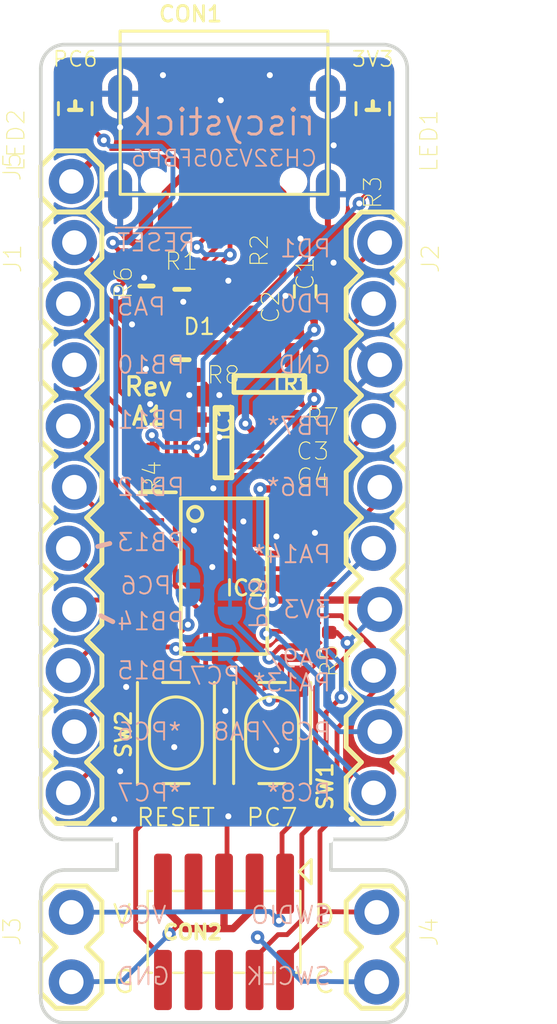
<source format=kicad_pcb>
(kicad_pcb (version 20211014) (generator pcbnew)
  (layers (0 "F.Cu" signal) (31 "B.Cu" signal) (34 "B.Paste" user) (35 "F.Paste" user) (36 "B.SilkS" user "B.Silkscreen") (37 "F.SilkS" user "F.Silkscreen") (38 "B.Mask" user) (39 "F.Mask" user) (44 "Edge.Cuts" user))
  (net 0 "")
  (net 1 "GND")
  (net 2 "USB2D_P")
  (net 3 "USB2D_N")
  (net 4 "N$9")
  (net 5 "N$10")
  (net 6 "VIN")
  (net 7 "VCC")
  (net 8 "PA5")
  (net 9 "PB10")
  (net 10 "PB11")
  (net 11 "PB12")
  (net 12 "PB13")
  (net 13 "PB14")
  (net 14 "PB15")
  (net 15 "PD0")
  (net 16 "PD1")
  (net 17 "PC9/PA8")
  (net 18 "USBDISC-PC8")
  (net 19 "N$13")
  (net 20 "N$14")
  (net 21 "RESET")
  (net 22 "SWCLK")
  (net 23 "SWDIO")
  (net 24 "N$21")
  (net 25 "BUTTON-PC7")
  (net 26 "LED-PC6")
  (net 27 "N$1")
  (net 28 "N$11")
  (net 29 "N$99")
  (footprint "" (layer "F.Cu") (at 152.1233 117.7036)
    (fp_text reference "@HOLE15" hide)
    (fp_text value "")
  )
  (footprint "eagleBoard:_PKG_R_0402" (layer "F.Cu") (at 146.0011 93.6886)
    (fp_text reference "R1")
    (fp_text value "5k1")
  )
  (footprint "" (layer "F.Cu") (at 145.2011 117.7036)
    (fp_text reference "@HOLE0" hide)
    (fp_text value "")
  )
  (footprint "eagleBoard:USBC_C-31-M-12" (layer "F.Cu") (at 148.5011 88.8136 180)
    (fp_text reference "CON1")
    (fp_text value "TYPE-C-31-M-12" hide)
  )
  (footprint "eagleBoard:_PKG_C_0402" (layer "F.Cu") (at 150.4386 96.3136 90)
    (fp_text reference "C2")
    (fp_text value "100n")
  )
  (footprint "eagleBoard:SOT96P237X111-3N" (layer "F.Cu") (at 148.4781 101.2196)
    (fp_text reference "IC1")
    (fp_text value "XC6206P332MR")
  )
  (footprint "eagleBoard:_PKG_R_0402" (layer "F.Cu") (at 152.8761 109.5336 -90)
    (fp_text reference "R5")
    (fp_text value "100k")
  )
  (footprint "eagleBoard:PUSHBUTTON-4.2X3.2MM" (layer "F.Cu") (at 150.5011 113.2836 -90)
    (fp_text reference "SW1")
    (fp_text value "SKRPACE010" hide)
  )
  (footprint "eagleBoard:_PKG_LED_0805" (layer "F.Cu") (at 154.6886 87.3461 -90)
    (fp_text reference "LED1")
    (fp_text value "Yellow")
  )
  (footprint "eagleBoard:1X01" (layer "F.Cu") (at 142.1511 90.3686)
    (fp_text reference "J5")
    (fp_text value "")
  )
  (footprint "" (layer "F.Cu") (at 149.0345 117.7036)
    (fp_text reference "@HOLE5" hide)
    (fp_text value "")
  )
  (footprint "eagleBoard:PZ127VS-12-10-H10-A38" (layer "F.Cu") (at 148.5011 121.5436)
    (fp_text reference "CON2")
    (fp_text value "2x5 1.27mm Header")
  )
  (footprint "eagleBoard:SOT95P280X145-6N" (layer "F.Cu") (at 146.7511 96.3136)
    (fp_text reference "D1")
    (fp_text value "SRV05-4")
  )
  (footprint "eagleBoard:1X10_LOCK" (layer "F.Cu") (at 142.1511 92.9086 -90)
    (fp_text reference "J1")
    (fp_text value "")
  )
  (footprint "" (layer "F.Cu") (at 147.7411 117.7036)
    (fp_text reference "@HOLE12" hide)
    (fp_text value "")
  )
  (footprint "" (layer "F.Cu") (at 145.7111 117.7036)
    (fp_text reference "@HOLE1" hide)
    (fp_text value "")
  )
  (footprint "eagleBoard:_PKG_R_0402" (layer "F.Cu") (at 147.7511 98.4086)
    (fp_text reference "R8")
    (fp_text value "1k")
  )
  (footprint "eagleBoard:_PKG_R_0402" (layer "F.Cu") (at 144.3136 93.8461 -90)
    (fp_text reference "R6")
    (fp_text value "1k")
  )
  (footprint "eagleBoard:_PKG_C_0603" (layer "F.Cu") (at 151.8761 94.9386 90)
    (fp_text reference "C1")
    (fp_text value "10u")
  )
  (footprint "eagleBoard:_PKG_C_0402" (layer "F.Cu") (at 151.4611 101.5746)
    (fp_text reference "C3")
    (fp_text value "4u7")
  )
  (footprint "eagleBoard:_PKG_C_0402" (layer "F.Cu") (at 151.4611 102.6546)
    (fp_text reference "C4")
    (fp_text value "100n")
  )
  (footprint "eagleBoard:PUSHBUTTON-4.2X3.2MM" (layer "F.Cu") (at 146.5011 113.2836 90)
    (fp_text reference "SW2")
    (fp_text value "SKRPACE010" hide)
  )
  (footprint "" (layer "F.Cu") (at 144.0307 117.7036)
    (fp_text reference "@HOLE9" hide)
    (fp_text value "")
  )
  (footprint "" (layer "F.Cu") (at 151.3245 117.7036)
    (fp_text reference "@HOLE8" hide)
    (fp_text value "")
  )
  (footprint "eagleBoard:_PKG_R_0402" (layer "F.Cu") (at 149.9686 93.9711 90)
    (fp_text reference "R2")
    (fp_text value "5k1")
  )
  (footprint "" (layer "F.Cu") (at 147.2411 117.7036)
    (fp_text reference "@HOLE4" hide)
    (fp_text value "")
  )
  (footprint "eagleBoard:TSSOP20-WCH" (layer "F.Cu") (at 148.5011 106.7836 -90)
    (fp_text reference "IC2")
    (fp_text value "CH32V305FBP6")
  )
  (footprint "eagleBoard:1X02_LOCK" (layer "F.Cu") (at 142.1511 120.9086 -90)
    (fp_text reference "J3")
    (fp_text value "")
  )
  (footprint "" (layer "F.Cu") (at 146.2211 117.7036)
    (fp_text reference "@HOLE2" hide)
    (fp_text value "")
  )
  (footprint "" (layer "F.Cu") (at 149.5211 117.7036)
    (fp_text reference "@HOLE6" hide)
    (fp_text value "")
  )
  (footprint "eagleBoard:1X02_LOCK" (layer "F.Cu") (at 154.8511 120.9086 -90)
    (fp_text reference "J4")
    (fp_text value "")
  )
  (footprint "eagleBoard:SOT96P237X111-3N" (layer "F.Cu") (at 150.3761 98.7836 -90)
    (fp_text reference "TR1")
    (fp_text value "SI2301CDS")
  )
  (footprint "" (layer "F.Cu") (at 152.8973 117.7036)
    (fp_text reference "@HOLE10" hide)
    (fp_text value "")
  )
  (footprint "eagleBoard:1X10_LOCK" (layer "F.Cu") (at 154.8511 92.9086 -90)
    (fp_text reference "J2")
    (fp_text value "")
  )
  (footprint "eagleBoard:_PKG_R_0402" (layer "F.Cu") (at 154.6886 90.0961 -90)
    (fp_text reference "R3")
    (fp_text value "1k")
  )
  (footprint "" (layer "F.Cu") (at 144.4565 117.7036)
    (fp_text reference "@HOLE11" hide)
    (fp_text value "")
  )
  (footprint "eagleBoard:_PKG_LED_0805" (layer "F.Cu") (at 142.3136 87.3461 -90)
    (fp_text reference "LED2")
    (fp_text value "Red")
  )
  (footprint "eagleBoard:_PKG_R_0402" (layer "F.Cu") (at 151.8761 100.1586)
    (fp_text reference "R7")
    (fp_text value "100k")
  )
  (footprint "" (layer "F.Cu") (at 150.0211 117.7036)
    (fp_text reference "@HOLE14" hide)
    (fp_text value "")
  )
  (footprint "eagleBoard:_PKG_R_0402" (layer "F.Cu") (at 145.5166 101.9215 -90)
    (fp_text reference "R4")
    (fp_text value "100k")
  )
  (footprint "" (layer "F.Cu") (at 146.7311 117.7036)
    (fp_text reference "@HOLE3" hide)
    (fp_text value "")
  )
  (footprint "" (layer "F.Cu") (at 150.5097 117.7036)
    (fp_text reference "@HOLE7" hide)
    (fp_text value "")
  )
  (footprint "" (layer "F.Cu") (at 148.2411 117.7036)
    (fp_text reference "@HOLE13" hide)
    (fp_text value "")
  )
  (footprint "eagleBoard:SJ-SHORT" (layer "B.Cu") (at 148.1261 109.7836 180)
    (fp_text reference "SJ2" hide)
    (fp_text value "" hide)
  )
  (footprint "eagleBoard:SJ-SHORT" (layer "B.Cu") (at 147.0011 107.1586 90)
    (fp_text reference "SJ1" hide)
    (fp_text value "" hide)
  )
  (footprint "eagleBoard:SJ-SHORT" (layer "B.Cu") (at 148.7511 107.9086 -90)
    (fp_text reference "SJ3" hide)
    (fp_text value "" hide)
  )
  (gr_line (start 143.7511 105.4086) (end 143.2511 105.5336) (layer "B.SilkS") (width 0.2))
  (gr_line (start 143.8761 108.6586) (end 143.3761 108.4086) (layer "B.SilkS") (width 0.2))
  (gr_line (start 147.1261 92.2836) (end 144.0011 92.2836) (layer "B.SilkS") (width 0.0762))
  (gr_line (start 141.8811 117.7036) (end 144.0561 117.7036) (layer "Edge.Cuts") (width 0.1524))
  (gr_arc (start 141.8811 125.3236) (mid 141.173993 125.030707) (end 140.8811 124.3236) (layer "Edge.Cuts") (width 0.1524))
  (gr_arc (start 155.1211 84.6836) (mid 155.828207 84.976493) (end 156.1211 85.6836) (layer "Edge.Cuts") (width 0.1524))
  (gr_line (start 156.1211 124.3236) (end 156.1211 119.9736) (layer "Edge.Cuts") (width 0.1524))
  (gr_line (start 156.1211 116.7036) (end 156.1211 85.6836) (layer "Edge.Cuts") (width 0.1524))
  (gr_line (start 144.0561 118.9736) (end 141.8811 118.9736) (layer "Edge.Cuts") (width 0.1524))
  (gr_line (start 140.8811 119.9736) (end 140.8811 124.3236) (layer "Edge.Cuts") (width 0.1524))
  (gr_line (start 152.9461 118.9736) (end 152.9461 117.7036) (layer "Edge.Cuts") (width 0.1524))
  (gr_arc (start 156.1211 124.3236) (mid 155.828207 125.030707) (end 155.1211 125.3236) (layer "Edge.Cuts") (width 0.1524))
  (gr_arc (start 141.8811 117.7036) (mid 141.173993 117.410707) (end 140.8811 116.7036) (layer "Edge.Cuts") (width 0.1524))
  (gr_arc (start 155.1211 118.9736) (mid 155.828207 119.266493) (end 156.1211 119.9736) (layer "Edge.Cuts") (width 0.1524))
  (gr_line (start 144.0561 117.7036) (end 144.0561 118.9736) (layer "Edge.Cuts") (width 0.1524))
  (gr_arc (start 140.8811 85.6836) (mid 141.173993 84.976493) (end 141.8811 84.6836) (layer "Edge.Cuts") (width 0.1524))
  (gr_line (start 141.8811 125.3236) (end 155.1211 125.3236) (layer "Edge.Cuts") (width 0.1524))
  (gr_line (start 140.8811 85.6836) (end 140.8811 116.7036) (layer "Edge.Cuts") (width 0.1524))
  (gr_arc (start 156.1211 116.7036) (mid 155.828207 117.410707) (end 155.1211 117.7036) (layer "Edge.Cuts") (width 0.1524))
  (gr_line (start 155.1211 84.6836) (end 141.8811 84.6836) (layer "Edge.Cuts") (width 0.1524))
  (gr_line (start 152.9461 117.7036) (end 155.1211 117.7036) (layer "Edge.Cuts") (width 0.1524))
  (gr_arc (start 140.8811 119.9736) (mid 141.173993 119.266493) (end 141.8811 118.9736) (layer "Edge.Cuts") (width 0.1524))
  (gr_line (start 155.1211 118.9736) (end 152.9461 118.9736) (layer "Edge.Cuts") (width 0.1524))
  (gr_text "SWCLK" (at 153.0011 123.3886) (layer "B.SilkS") (effects (font (size 0.72 0.72) (thickness 0.08)) (justify left mirror)))
  (gr_text "PB10" (at 144.0011 97.9886) (layer "B.SilkS") (effects (font (size 0.72 0.72) (thickness 0.08)) (justify right mirror)))
  (gr_text "riscystick" (at 148.5011 87.9086) (layer "B.SilkS") (effects (font (size 1.08 1.08) (thickness 0.12)) (justify mirror)))
  (gr_text "PA9/" (at 153.0011 110.1886) (layer "B.SilkS") (effects (font (size 0.72 0.72) (thickness 0.08)) (justify left mirror)))
  (gr_text "PC9/PA8" (at 153.0011 113.2286) (layer "B.SilkS") (effects (font (size 0.72 0.72) (thickness 0.08)) (justify left mirror)))
  (gr_text "PC6" (at 145.2511 107.1606) (layer "B.SilkS") (effects (font (size 0.72 0.72) (thickness 0.08)) (justify mirror)))
  (gr_text "PB6*" (at 153.0011 103.0686) (layer "B.SilkS") (effects (font (size 0.72 0.72) (thickness 0.08)) (justify left mirror)))
  (gr_text "GND" (at 153.0011 97.9886) (layer "B.SilkS") (effects (font (size 0.72 0.72) (thickness 0.08)) (justify left mirror)))
  (gr_text "PB13" (at 144.0011 105.3586) (layer "B.SilkS") (effects (font (size 0.72 0.72) (thickness 0.08)) (justify right mirror)))
  (gr_text "GND" (at 144.0011 123.3886) (layer "B.SilkS") (effects (font (size 0.72 0.72) (thickness 0.08)) (justify right mirror)))
  (gr_text "*PC7" (at 144.0011 115.7686) (layer "B.SilkS") (effects (font (size 0.72 0.72) (thickness 0.08)) (justify right mirror)))
  (gr_text "PB11" (at 144.0011 100.2786) (layer "B.SilkS") (effects (font (size 0.72 0.72) (thickness 0.08)) (justify right mirror)))
  (gr_text "CH32V305FBP6" (at 148.5011 89.4086) (layer "B.SilkS") (effects (font (size 0.675 0.675) (thickness 0.075)) (justify mirror)))
  (gr_text "VCC" (at 144.0011 120.8486) (layer "B.SilkS") (effects (font (size 0.72 0.72) (thickness 0.08)) (justify right mirror)))
  (gr_text "PC8*" (at 153.0011 115.7686) (layer "B.SilkS") (effects (font (size 0.72 0.72) (thickness 0.08)) (justify left mirror)))
  (gr_text "PD1" (at 153.0011 93.1586) (layer "B.SilkS") (effects (font (size 0.72 0.72) (thickness 0.08)) (justify left mirror)))
  (gr_text "3V3" (at 153.0011 108.1486) (layer "B.SilkS") (effects (font (size 0.72 0.72) (thickness 0.08)) (justify left mirror)))
  (gr_text "PC7" (at 148.1261 110.9106) (layer "B.SilkS") (effects (font (size 0.72 0.72) (thickness 0.08)) (justify mirror)))
  (gr_text "SWDIO" (at 153.0011 120.8486) (layer "B.SilkS") (effects (font (size 0.72 0.72) (thickness 0.08)) (justify left mirror)))
  (gr_text "PA14*" (at 153.0011 105.8586) (layer "B.SilkS") (effects (font (size 0.72 0.72) (thickness 0.08)) (justify left mirror)))
  (gr_text "PC8" (at 149.8781 107.9086 -90) (layer "B.SilkS") (effects (font (size 0.72 0.72) (thickness 0.08)) (justify mirror)))
  (gr_text "PD0" (at 153.0011 95.4486) (layer "B.SilkS") (effects (font (size 0.72 0.72) (thickness 0.08)) (justify left mirror)))
  (gr_text "PB15" (at 144.0011 110.6886) (layer "B.SilkS") (effects (font (size 0.72 0.72) (thickness 0.08)) (justify right mirror)))
  (gr_text "PA13*" (at 153.0011 111.1886) (layer "B.SilkS") (effects (font (size 0.72 0.72) (thickness 0.08)) (justify left mirror)))
  (gr_text "*PC6" (at 144.0011 113.2286) (layer "B.SilkS") (effects (font (size 0.72 0.72) (thickness 0.08)) (justify right mirror)))
  (gr_text "RESET" (at 144.0011 92.9086) (layer "B.SilkS") (effects (font (size 0.72 0.72) (thickness 0.08)) (justify right mirror)))
  (gr_text "PB12" (at 144.0011 103.0686) (layer "B.SilkS") (effects (font (size 0.72 0.72) (thickness 0.08)) (justify right mirror)))
  (gr_text "PB7*" (at 153.0011 100.5286) (layer "B.SilkS") (effects (font (size 0.72 0.72) (thickness 0.08)) (justify left mirror)))
  (gr_text "PA5" (at 144.0011 95.5736) (layer "B.SilkS") (effects (font (size 0.72 0.72) (thickness 0.08)) (justify right mirror)))
  (gr_text "PB14" (at 144.0011 108.6486) (layer "B.SilkS") (effects (font (size 0.72 0.72) (thickness 0.08)) (justify right mirror)))
  (gr_text "V" (at 143.8011 120.8936) (layer "F.SilkS") (effects (font (size 0.9144 0.9144) (thickness 0.1016)) (justify left)))
  (gr_text "G" (at 143.8011 123.6241) (layer "F.SilkS") (effects (font (size 0.9144 0.9144) (thickness 0.1016)) (justify left)))
  (gr_text "D" (at 153.1991 120.8936) (layer "F.SilkS") (effects (font (size 0.9144 0.9144) (thickness 0.1016)) (justify right)))
  (gr_text "PC6" (at 142.3136 85.2836) (layer "F.SilkS") (effects (font (size 0.63 0.63) (thickness 0.07))))
  (gr_text "RESET" (at 146.5011 116.7836) (layer "F.SilkS") (effects (font (size 0.72 0.72) (thickness 0.08))))
  (gr_text "3V3" (at 154.6886 85.2836) (layer "F.SilkS") (effects (font (size 0.63 0.63) (thickness 0.07))))
  (gr_text "Rev\nA1" (at 145.3616 99.5036) (layer "F.SilkS") (effects (font (size 0.75565 0.75565) (thickness 0.13335))))
  (gr_text "PC7" (at 150.5011 116.7836) (layer "F.SilkS") (effects (font (size 0.72 0.72) (thickness 0.08))))
  (gr_text "C" (at 153.1991 123.6241) (layer "F.SilkS") (effects (font (size 0.9144 0.9144) (thickness 0.1016)) (justify right)))
  (segment (start 148.8761 121.4086) (end 149.7711 120.5136) (width 0.3048) (layer "F.Cu") (net 1))
  (segment (start 148.5011 119.5436) (end 148.5011 121.4086) (width 0.3048) (layer "F.Cu") (net 1))
  (segment (start 146.2151 121.6406) (end 146.5981 121.2576) (width 0.2) (layer "F.Cu") (net 1))
  (segment (start 146.5981 121.2576) (end 146.5981 121.1306) (width 0.2) (layer "F.Cu") (net 1))
  (segment (start 146.8761 121.4086) (end 148.5011 121.4086) (width 0.3048) (layer "F.Cu") (net 1))
  (segment (start 148.5011 119.5436) (end 148.6261 119.4186) (width 0.3048) (layer "F.Cu") (net 1))
  (segment (start 145.5011 96.3136) (end 144.6815 96.3136) (width 0.2) (layer "F.Cu") (net 1))
  (segment (start 145.9611 119.5436) (end 145.9611 120.4936) (width 0.3048) (layer "F.Cu") (net 1))
  (segment (start 146.5981 121.1306) (end 146.8761 121.4086) (width 0.3048) (layer "F.Cu") (net 1))
  (segment (start 144.6815 96.3136) (end 144.6749 96.307) (width 0.2) (layer "F.Cu") (net 1))
  (segment (start 149.7711 120.5136) (end 149.7711 119.5436) (width 0.3048) (layer "F.Cu") (net 1))
  (segment (start 148.5011 121.4086) (end 148.8761 121.4086) (width 0.3048) (layer "F.Cu") (net 1))
  (segment (start 145.9611 120.4936) (end 146.5981 121.1306) (width 0.3048) (layer "F.Cu") (net 1))
  (segment (start 148.6261 116.7836) (end 148.6261 119.4186) (width 0.2) (layer "F.Cu") (net 1))
  (via (at 149.3061 104.4936) (size 0.5548) (drill 0.25) (layers "F.Cu" "B.Cu") (net 1))
  (via (at 143.9311 116.8666) (size 0.5548) (drill 0.25) (layers "F.Cu" "B.Cu") (net 1))
  (via (at 148.3061 100.9936) (size 0.5548) (drill 0.25) (layers "F.Cu" "B.Cu") (net 1))
  (via (at 148.6811 116.7436) (size 0.5548) (drill 0.25) (layers "F.Cu" "B.Cu") (net 1))
  (via (at 147.2521 104.8646) (size 0.5548) (drill 0.25) (layers "F.Cu" "B.Cu") (net 1))
  (via (at 151.6811 92.7436) (size 0.5548) (drill 0.25) (layers "F.Cu" "B.Cu") (net 1))
  (via (at 150.6811 113.9936) (size 0.5548) (drill 0.25) (layers "F.Cu" "B.Cu") (net 1))
  (via (at 148.3061 99.2436) (size 0.5548) (drill 0.25) (layers "F.Cu" "B.Cu") (net 1))
  (via (at 146.2151 121.6406) (size 0.5548) (drill 0.25) (layers "F.Cu" "B.Cu") (net 1))
  (via (at 144.1811 114.8686) (size 0.5548) (drill 0.25) (layers "F.Cu" "B.Cu") (net 1))
  (via (at 147.0561 99.2436) (size 0.5548) (drill 0.25) (layers "F.Cu" "B.Cu") (net 1))
  (via (at 148.6811 94.4936) (size 0.5548) (drill 0.25) (layers "F.Cu" "B.Cu") (net 1))
  (via (at 152.2827 104.9662) (size 0.5548) (drill 0.25) (layers "F.Cu" "B.Cu") (net 1))
  (via (at 153.0611 88.8686) (size 0.5548) (drill 0.25) (layers "F.Cu" "B.Cu") (net 1))
  (via (at 145.9611 85.9536) (size 0.5548) (drill 0.25) (layers "F.Cu" "B.Cu") (net 1))
  (via (at 153.8061 116.8646) (size 0.5548) (drill 0.25) (layers "F.Cu" "B.Cu") (net 1))
  (via (at 148.5561 112.3686) (size 0.5548) (drill 0.25) (layers "F.Cu" "B.Cu") (net 1))
  (via (at 150.6811 105.1186) (size 0.5548) (drill 0.25) (layers "F.Cu" "B.Cu") (net 1))
  (via (at 146.4311 113.8686) (size 0.5548) (drill 0.25) (layers "F.Cu" "B.Cu") (net 1))
  (via (at 148.0141 106.3886) (size 0.5548) (drill 0.25) (layers "F.Cu" "B.Cu") (net 1))
  (via (at 144.6749 96.307) (size 0.5548) (drill 0.25) (layers "F.Cu" "B.Cu") (net 1))
  (via (at 148.0561 103.1186) (size 0.5548) (drill 0.25) (layers "F.Cu" "B.Cu") (net 1))
  (via (at 144.4311 111.3686) (size 0.5548) (drill 0.25) (layers "F.Cu" "B.Cu") (net 1))
  (via (at 151.0561 95.1186) (size 0.5548) (drill 0.25) (layers "F.Cu" "B.Cu") (net 1))
  (via (at 153.0561 93.7436) (size 0.5548) (drill 0.25) (layers "F.Cu" "B.Cu") (net 1))
  (via (at 144.1811 88.1186) (size 0.5548) (drill 0.25) (layers "F.Cu" "B.Cu") (net 1))
  (via (at 150.4061 85.9536) (size 0.5548) (drill 0.25) (layers "F.Cu" "B.Cu") (net 1))
  (via (at 152.3061 97.3686) (size 0.5548) (drill 0.25) (layers "F.Cu" "B.Cu") (net 1))
  (via (at 146.8061 95.3686) (size 0.5548) (drill 0.25) (layers "F.Cu" "B.Cu") (net 1))
  (via (at 145.1811 94.3686) (size 0.5548) (drill 0.25) (layers "F.Cu" "B.Cu") (net 1))
  (via (at 148.3661 86.9936) (size 0.5548) (drill 0.25) (layers "F.Cu" "B.Cu") (net 1))
  (via (at 145.2511 98.1586) (size 0.5548) (drill 0.25) (layers "F.Cu" "B.Cu") (net 1))
  (via (at 145.4311 99.6186) (size 0.5548) (drill 0.25) (layers "F.Cu" "B.Cu") (net 1))
  (segment (start 142.1511 123.6264) (end 144.2593 123.5964) (width 0.2) (layer "B.Cu") (net 1))
  (segment (start 144.2593 123.5964) (end 146.2151 121.6406) (width 0.2) (layer "B.Cu") (net 1))
  (segment (start 146.4951 98.438) (end 146.9562 97.9769) (width 0.2) (layer "F.Cu") (net 2))
  (segment (start 146.9562 96.1293) (end 147.7219 95.3636) (width 0.2) (layer "F.Cu") (net 2))
  (segment (start 147.3211 98.4086) (end 146.9562 98.0437) (width 0.2) (layer "F.Cu") (net 2))
  (segment (start 146.9562 97.9769) (end 146.9562 98.0437) (width 0.2) (layer "F.Cu") (net 2))
  (segment (start 149.5261 105.8086) (end 146.4951 102.7776) (width 0.2) (layer "F.Cu") (net 2))
  (segment (start 147.7219 95.3636) (end 147.6711 95.3636) (width 0.2) (layer "F.Cu") (net 2))
  (segment (start 151.4983 105.8086) (end 151.5233 105.7836) (width 0.2) (layer "F.Cu") (net 2))
  (segment (start 147.3761 93.0336) (end 147.3761 93.0961) (width 0.2) (layer "F.Cu") (net 2))
  (segment (start 146.4951 102.7776) (end 146.4951 98.438) (width 0.2) (layer "F.Cu") (net 2))
  (segment (start 151.4983 105.8086) (end 149.5261 105.8086) (width 0.2) (layer "F.Cu") (net 2))
  (segment (start 152.191156 105.7836) (end 153.6261 104.348657) (width 0.2) (layer "F.Cu") (net 2))
  (segment (start 148.7511 91.8186) (end 148.7511 93.4086) (width 0.2) (layer "F.Cu") (net 2))
  (segment (start 147.7219 95.3636) (end 148.0011 95.3636) (width 0.2) (layer "F.Cu") (net 2))
  (segment (start 151.5233 105.7836) (end 152.191156 105.7836) (width 0.2) (layer "F.Cu") (net 2))
  (segment (start 147.5636 95.2561) (end 147.6711 95.3636) (width 0.2) (layer "F.Cu") (net 2))
  (segment (start 147.5636 94.5961) (end 147.5636 95.2561) (width 0.2) (layer "F.Cu") (net 2))
  (segment (start 146.9562 97.9769) (end 146.9562 96.1293) (width 0.2) (layer "F.Cu") (net 2))
  (segment (start 153.6261 104.348657) (end 153.6261 101.6266) (width 0.2) (layer "F.Cu") (net 2))
  (segment (start 147.7511 91.8186) (end 147.7511 92.6586) (width 0.2) (layer "F.Cu") (net 2))
  (segment (start 153.6261 101.6266) (end 154.7241 100.5286) (width 0.2) (layer "F.Cu") (net 2))
  (segment (start 147.7511 92.6586) (end 147.3761 93.0336) (width 0.2) (layer "F.Cu") (net 2))
  (segment (start 148.7511 93.4086) (end 147.5636 94.5961) (width 0.2) (layer "F.Cu") (net 2))
  (via (at 147.3761 93.0961) (size 0.5548) (drill 0.25) (layers "F.Cu" "B.Cu") (net 2))
  (via (at 148.7511 93.4086) (size 0.5548) (drill 0.25) (layers "F.Cu" "B.Cu") (net 2))
  (segment (start 147.3761 93.0961) (end 147.4186 93.0961) (width 0.2) (layer "B.Cu") (net 2))
  (segment (start 147.7311 93.4086) (end 148.7511 93.4086) (width 0.2) (layer "B.Cu") (net 2))
  (segment (start 147.7311 93.4086) (end 147.4186 93.0961) (width 0.2) (layer "B.Cu") (net 2))
  (segment (start 148.4386 90.4711) (end 148.2511 90.6586) (width 0.2) (layer "F.Cu") (net 3))
  (segment (start 149.0636 90.4711) (end 148.4386 90.4711) (width 0.2) (layer "F.Cu") (net 3))
  (segment (start 152.1269 106.4586) (end 151.4983 106.4586) (width 0.2) (layer "F.Cu") (net 3))
  (segment (start 145.7912 95.3636) (end 145.5011 95.3636) (width 0.2) (layer "F.Cu") (net 3))
  (segment (start 149.2511 91.8186) (end 149.2511 90.6586) (width 0.2) (layer "F.Cu") (net 3))
  (segment (start 146.5862 96.1586) (end 145.7912 95.3636) (width 0.2) (layer "F.Cu") (net 3))
  (segment (start 148.2511 93.0336) (end 145.9211 95.3636) (width 0.2) (layer "F.Cu") (net 3))
  (segment (start 154.9781 103.0686) (end 154.9781 103.6074) (width 0.2) (layer "F.Cu") (net 3))
  (segment (start 154.9781 103.6074) (end 152.1269 106.4586) (width 0.2) (layer "F.Cu") (net 3))
  (segment (start 146.1427 98.268625) (end 146.5862 97.825125) (width 0.2) (layer "F.Cu") (net 3))
  (segment (start 151.4983 106.4586) (end 149.677725 106.4586) (width 0.2) (layer "F.Cu") (net 3))
  (segment (start 148.2511 90.6586) (end 148.2511 91.8186) (width 0.2) (layer "F.Cu") (net 3))
  (segment (start 148.2511 91.8186) (end 148.2511 93.0336) (width 0.2) (layer "F.Cu") (net 3))
  (segment (start 146.5862 97.825125) (end 146.5862 96.1586) (width 0.2) (layer "F.Cu") (net 3))
  (segment (start 145.9211 95.3636) (end 145.5011 95.3636) (width 0.2) (layer "F.Cu") (net 3))
  (segment (start 149.677725 106.4586) (end 146.1427 102.923575) (width 0.2) (layer "F.Cu") (net 3))
  (segment (start 149.2511 90.6586) (end 149.0636 90.4711) (width 0.2) (layer "F.Cu") (net 3))
  (segment (start 146.1427 102.923575) (end 146.1427 98.268625) (width 0.2) (layer "F.Cu") (net 3))
  (segment (start 149.7511 93.3236) (end 149.9686 93.5411) (width 0.2) (layer "F.Cu") (net 4))
  (segment (start 149.7511 91.8186) (end 149.7511 93.3236) (width 0.2) (layer "F.Cu") (net 4))
  (segment (start 146.4311 92.8536) (end 146.4311 93.6886) (width 0.2) (layer "F.Cu") (net 5))
  (segment (start 146.7511 91.8186) (end 146.7511 92.5336) (width 0.2) (layer "F.Cu") (net 5))
  (segment (start 146.7511 92.5336) (end 146.4311 92.8536) (width 0.2) (layer "F.Cu") (net 5))
  (segment (start 149.3901 100.4316) (end 149.3961 100.4316) (width 0.3048) (layer "F.Cu") (net 6))
  (segment (start 146.0511 90.8586) (end 146.9386 89.9711) (width 0.3048) (layer "F.Cu") (net 6))
  (segment (start 149.6781 101.2196) (end 149.6781 100.7136) (width 0.3048) (layer "F.Cu") (net 6))
  (segment (start 152.2511 96.1336) (end 151.8761 95.7586) (width 0.3048) (layer "F.Cu") (net 6))
  (segment (start 150.1261 95.2211) (end 150.9511 94.3961) (width 0.3048) (layer "F.Cu") (net 6))
  (segment (start 152.2511 96.5336) (end 152.2511 96.1336) (width 0.3048) (layer "F.Cu") (net 6))
  (segment (start 149.4386 95.2211) (end 150.1261 95.2211) (width 0.3048) (layer "F.Cu") (net 6))
  (segment (start 143.1111 89.4086) (end 146.3761 89.4086) (width 0.3048) (layer "F.Cu") (net 6))
  (segment (start 150.8911 96.7436) (end 151.8761 95.7586) (width 0.3048) (layer "F.Cu") (net 6))
  (segment (start 149.6781 100.7136) (end 149.3961 100.4316) (width 0.3048) (layer "F.Cu") (net 6))
  (segment (start 146.9386 89.9711) (end 150.0636 89.9711) (width 0.3048) (layer "F.Cu") (net 6))
  (segment (start 146.0511 91.8186) (end 146.0511 90.8586) (width 0.3048) (layer "F.Cu") (net 6))
  (segment (start 150.9511 94.3961) (end 150.9511 91.8186) (width 0.3048) (layer "F.Cu") (net 6))
  (segment (start 150.4386 96.7436) (end 150.8911 96.7436) (width 0.3048) (layer "F.Cu") (net 6))
  (segment (start 148.0011 96.3136) (end 148.04735 96.26735) (width 0.3048) (layer "F.Cu") (net 6))
  (segment (start 148.35985 96.26735) (end 148.39235 96.26735) (width 0.3048) (layer "F.Cu") (net 6))
  (segment (start 150.4386 96.7436) (end 148.8361 96.7436) (width 0.3048) (layer "F.Cu") (net 6))
  (segment (start 150.0636 89.9711) (end 150.9511 90.8586) (width 0.3048) (layer "F.Cu") (net 6))
  (segment (start 148.8361 96.7436) (end 148.35985 96.26735) (width 0.3048) (layer "F.Cu") (net 6))
  (segment (start 148.39235 96.26735) (end 149.4386 95.2211) (width 0.3048) (layer "F.Cu") (net 6))
  (segment (start 142.1511 90.3686) (end 143.1111 89.4086) (width 0.3048) (layer "F.Cu") (net 6))
  (segment (start 150.9511 90.8586) (end 150.9511 91.8186) (width 0.3048) (layer "F.Cu") (net 6))
  (segment (start 146.3761 89.4086) (end 146.9386 89.9711) (width 0.3048) (layer "F.Cu") (net 6))
  (segment (start 148.35985 96.26735) (end 148.04735 96.26735) (width 0.3048) (layer "F.Cu") (net 6))
  (via (at 152.2511 96.5336) (size 0.5548) (drill 0.25) (layers "F.Cu" "B.Cu") (net 6))
  (via (at 149.3901 100.4316) (size 0.5548) (drill 0.25) (layers "F.Cu" "B.Cu") (net 6))
  (segment (start 152.2511 96.5336) (end 152.2351 96.5336) (width 0.3048) (layer "B.Cu") (net 6))
  (segment (start 152.2351 96.5336) (end 149.3901 99.3786) (width 0.3048) (layer "B.Cu") (net 6))
  (segment (start 149.3901 100.4316) (end 149.3901 99.3786) (width 0.3048) (layer "B.Cu") (net 6))
  (segment (start 150.5261 107.7586) (end 150.5011 107.7836) (width 0.3048) (layer "F.Cu") (net 7))
  (segment (start 154.5881 107.7586) (end 154.9781 108.1486) (width 0.3048) (layer "F.Cu") (net 7))
  (segment (start 150.1871 102.1746) (end 150.7871 101.5746) (width 0.3048) (layer "F.Cu") (net 7))
  (segment (start 145.5166 100.9241) (end 145.5011 100.9086) (width 0.2) (layer "F.Cu") (net 7))
  (segment (start 147.3761 102.0766) (end 147.2781 102.1746) (width 0.2) (layer "F.Cu") (net 7))
  (segment (start 150.5511 100.1586) (end 151.4461 100.1586) (width 0.2) (layer "F.Cu") (net 7))
  (segment (start 150.7871 101.5746) (end 151.0311 101.5746) (width 0.3048) (layer "F.Cu") (net 7))
  (segment (start 150.7871 121.0788) (end 150.7871 120.3706) (width 0.2) (layer "F.Cu") (net 7))
  (segment (start 153.6261 109.5336) (end 153.6261 110.064) (width 0.2) (layer "F.Cu") (net 7))
  (segment (start 152.3111 111.379) (end 152.3111 116.0526) (width 0.2) (layer "F.Cu") (net 7))
  (segment (start 151.4461 100.1586) (end 151.4461 101.1596) (width 0.2) (layer "F.Cu") (net 7))
  (segment (start 147.2781 102.1746) (end 150.1871 102.1746) (width 0.3048) (layer "F.Cu") (net 7))
  (segment (start 152.8761 109.1036) (end 153.1961 109.1036) (width 0.2) (layer "F.Cu") (net 7))
  (segment (start 154.6886 90.5261) (end 154.6886 90.6511) (width 0.2) (layer "F.Cu") (net 7))
  (segment (start 151.0051 102.6546) (end 150.5151 103.1446) (width 0.3048) (layer "F.Cu") (net 7))
  (segment (start 145.5166 101.4915) (end 145.5166 100.9241) (width 0.2) (layer "F.Cu") (net 7))
  (segment (start 151.0411 120.1166) (end 151.0411 119.5436) (width 0.2) (layer "F.Cu") (net 7))
  (segment (start 154.1261 91.2136) (end 154.1261 91.2836) (width 0.2) (layer "F.Cu") (net 7))
  (segment (start 151.0311 101.5746) (end 151.0311 102.6546) (width 0.3048) (layer "F.Cu") (net 7))
  (segment (start 147.3761 101.4086) (end 147.3761 102.0766) (width 0.2) (layer "F.Cu") (net 7))
  (segment (start 150.5511 100.1586) (end 150.3761 99.9836) (width 0.2) (layer "F.Cu") (net 7))
  (segment (start 151.0311 102.6546) (end 151.0051 102.6546) (width 0.3048) (layer "F.Cu") (net 7))
  (segment (start 151.4983 107.7586) (end 150.5261 107.7586) (width 0.3048) (layer "F.Cu") (net 7))
  (segment (start 150.9141 119.4166) (end 151.0411 119.5436) (width 0.2) (layer "F.Cu") (net 7))
  (segment (start 153.1961 109.1036) (end 153.6261 109.5336) (width 0.2) (layer "F.Cu") (net 7))
  (segment (start 152.3111 116.0526) (end 150.9141 117.4496) (width 0.2) (layer "F.Cu") (net 7))
  (segment (start 150.9141 117.4496) (end 150.9141 119.4166) (width 0.2) (layer "F.Cu") (net 7))
  (segment (start 150.0011 103.1446) (end 150.5151 103.1446) (width 0.3048) (layer "F.Cu") (net 7))
  (segment (start 153.6261 110.064) (end 152.3111 111.379) (width 0.2) (layer "F.Cu") (net 7))
  (segment (start 151.4461 101.1596) (end 151.0311 101.5746) (width 0.2) (layer "F.Cu") (net 7))
  (segment (start 151.4983 107.7586) (end 154.5881 107.7586) (width 0.3048) (layer "F.Cu") (net 7))
  (segment (start 150.7871 120.3706) (end 151.0411 120.1166) (width 0.2) (layer "F.Cu") (net 7))
  (segment (start 154.6886 90.6511) (end 154.1261 91.2136) (width 0.2) (layer "F.Cu") (net 7))
  (via (at 147.3761 101.4086) (size 0.5548) (drill 0.25) (layers "F.Cu" "B.Cu") (net 7))
  (via (at 150.5011 107.7836) (size 0.5548) (drill 0.25) (layers "F.Cu" "B.Cu") (net 7))
  (via (at 153.6261 109.5336) (size 0.5548) (drill 0.25) (layers "F.Cu" "B.Cu") (net 7))
  (via (at 150.0011 103.1446) (size 0.5548) (drill 0.25) (layers "F.Cu" "B.Cu") (net 7))
  (via (at 154.1261 91.2836) (size 0.5548) (drill 0.25) (layers "F.Cu" "B.Cu") (net 7))
  (via (at 150.7871 121.0788) (size 0.5548) (drill 0.25) (layers "F.Cu" "B.Cu") (net 7))
  (via (at 145.5011 100.9086) (size 0.5548) (drill 0.25) (layers "F.Cu" "B.Cu") (net 7))
  (segment (start 147.3761 101.4086) (end 146.0011 101.4086) (width 0.2) (layer "B.Cu") (net 7))
  (segment (start 142.1511 120.7308) (end 150.4091 120.7008) (width 0.2) (layer "B.Cu") (net 7))
  (segment (start 150.5011 106.0056) (end 150.5011 107.7836) (width 0.3048) (layer "B.Cu") (net 7))
  (segment (start 150.5011 106.0056) (end 149.9931 105.4976) (width 0.3048) (layer "B.Cu") (net 7))
  (segment (start 149.9931 103.1526) (end 149.9931 105.4976) (width 0.3048) (layer "B.Cu") (net 7))
  (segment (start 150.4091 120.7008) (end 150.7871 121.0788) (width 0.2) (layer "B.Cu") (net 7))
  (segment (start 154.1261 91.2836) (end 147.6261 97.7836) (width 0.2) (layer "B.Cu") (net 7))
  (segment (start 150.0011 103.1446) (end 149.9931 103.1526) (width 0.3048) (layer "B.Cu") (net 7))
  (segment (start 147.6261 97.7836) (end 147.6261 101.1586) (width 0.2) (layer "B.Cu") (net 7))
  (segment (start 147.6261 101.1586) (end 147.3761 101.4086) (width 0.2) (layer "B.Cu") (net 7))
  (segment (start 146.0011 101.4086) (end 145.5011 100.9086) (width 0.2) (layer "B.Cu") (net 7))
  (segment (start 154.9781 108.1486) (end 154.9781 108.1816) (width 0.2) (layer "B.Cu") (net 7))
  (segment (start 154.9781 108.1816) (end 153.6261 109.5336) (width 0.2) (layer "B.Cu") (net 7))
  (segment (start 144.5011 103.9086) (end 145.1011 104.5086) (width 0.2) (layer "F.Cu") (net 8))
  (segment (start 145.1011 104.5086) (end 145.5039 104.5086) (width 0.2) (layer "F.Cu") (net 8))
  (segment (start 143.6261 99.2836) (end 144.5011 100.1586) (width 0.2) (layer "F.Cu") (net 8))
  (segment (start 143.6261 97.0506) (end 143.6261 99.2836) (width 0.2) (layer "F.Cu") (net 8))
  (segment (start 142.0241 95.4486) (end 143.6261 97.0506) (width 0.2) (layer "F.Cu") (net 8))
  (segment (start 144.5011 100.1586) (end 144.5011 103.9086) (width 0.2) (layer "F.Cu") (net 8))
  (segment (start 144.0011 104.2836) (end 144.8761 105.1586) (width 0.2) (layer "F.Cu") (net 9))
  (segment (start 144.0011 100.5866) (end 144.0011 104.2836) (width 0.2) (layer "F.Cu") (net 9))
  (segment (start 142.2781 97.9886) (end 142.2781 98.8636) (width 0.2) (layer "F.Cu") (net 9))
  (segment (start 144.0011 100.5866) (end 142.2781 98.8636) (width 0.2) (layer "F.Cu") (net 9))
  (segment (start 144.8761 105.1586) (end 145.5039 105.1586) (width 0.2) (layer "F.Cu") (net 9))
  (segment (start 144.6511 105.8086) (end 145.5039 105.8086) (width 0.2) (layer "F.Cu") (net 10))
  (segment (start 143.5753 102.0798) (end 143.5753 104.7328) (width 0.2) (layer "F.Cu") (net 10))
  (segment (start 143.5753 104.7328) (end 144.6511 105.8086) (width 0.2) (layer "F.Cu") (net 10))
  (segment (start 142.0241 100.5286) (end 143.5753 102.0798) (width 0.2) (layer "F.Cu") (net 10))
  (segment (start 144.6761 106.4586) (end 145.5039 106.4586) (width 0.2) (layer "F.Cu") (net 11))
  (segment (start 142.2781 103.0686) (end 143.1261 103.9166) (width 0.2) (layer "F.Cu") (net 11))
  (segment (start 143.1261 103.9166) (end 143.1261 104.9086) (width 0.2) (layer "F.Cu") (net 11))
  (segment (start 143.1261 104.9086) (end 144.6761 106.4586) (width 0.2) (layer "F.Cu") (net 11))
  (segment (start 142.0241 105.6086) (end 143.5241 107.1086) (width 0.2) (layer "F.Cu") (net 12))
  (segment (start 143.5241 107.1086) (end 145.5039 107.1086) (width 0.2) (layer "F.Cu") (net 12))
  (segment (start 142.6681 107.7586) (end 142.2781 108.1486) (width 0.2) (layer "F.Cu") (net 13))
  (segment (start 145.5039 107.7586) (end 142.6681 107.7586) (width 0.2) (layer "F.Cu") (net 13))
  (segment (start 145.5039 108.4086) (end 144.3041 108.4086) (width 0.2) (layer "F.Cu") (net 14))
  (segment (start 144.3041 108.4086) (end 142.0241 110.6886) (width 0.2) (layer "F.Cu") (net 14))
  (segment (start 154.7241 95.4486) (end 153.2511 96.9216) (width 0.2) (layer "F.Cu") (net 15))
  (segment (start 151.4983 104.5086) (end 151.5495 104.4574) (width 0.2) (layer "F.Cu") (net 15))
  (segment (start 153.2511 96.9216) (end 153.2511 103.5336) (width 0.2) (layer "F.Cu") (net 15))
  (segment (start 153.2511 103.5336) (end 152.3273 104.4574) (width 0.2) (layer "F.Cu") (net 15))
  (segment (start 152.3273 104.4574) (end 151.5495 104.4574) (width 0.2) (layer "F.Cu") (net 15))
  (segment (start 152.8761 95.0106) (end 152.8761 103.1586) (width 0.2) (layer "F.Cu") (net 16))
  (segment (start 152.8761 103.1586) (end 152.1761 103.8586) (width 0.2) (layer "F.Cu") (net 16))
  (segment (start 154.9781 92.9086) (end 152.8761 95.0106) (width 0.2) (layer "F.Cu") (net 16))
  (segment (start 151.4983 103.8586) (end 152.1761 103.8586) (width 0.2) (layer "F.Cu") (net 16))
  (segment (start 150.3511 109.0586) (end 150.2511 109.1586) (width 0.2) (layer "F.Cu") (net 17))
  (segment (start 151.4983 109.0586) (end 150.3511 109.0586) (width 0.2) (layer "F.Cu") (net 17))
  (via (at 150.2511 109.1586) (size 0.5548) (drill 0.25) (layers "F.Cu" "B.Cu") (net 17))
  (segment (start 152.3761 112.2836) (end 152.3761 110.9086) (width 0.2) (layer "B.Cu") (net 17))
  (segment (start 153.3211 113.2286) (end 152.3761 112.2836) (width 0.2) (layer "B.Cu") (net 17))
  (segment (start 152.3761 110.9086) (end 150.6261 109.1586) (width 0.2) (layer "B.Cu") (net 17))
  (segment (start 150.6261 109.1586) (end 150.2511 109.1586) (width 0.2) (layer "B.Cu") (net 17))
  (segment (start 154.9781 113.2286) (end 153.3211 113.2286) (width 0.2) (layer "B.Cu") (net 17))
  (segment (start 150.8261 109.7086) (end 150.3761 110.1586) (width 0.2) (layer "F.Cu") (net 18))
  (segment (start 151.4983 109.7086) (end 150.8261 109.7086) (width 0.2) (layer "F.Cu") (net 18))
  (via (at 150.3761 110.1586) (size 0.5548) (drill 0.25) (layers "F.Cu" "B.Cu") (net 18))
  (segment (start 148.7511 108.5336) (end 150.3761 110.1586) (width 0.2) (layer "B.Cu") (net 18))
  (segment (start 151.8761 111.2836) (end 150.7511 110.1586) (width 0.2) (layer "B.Cu") (net 18))
  (segment (start 150.7511 110.1586) (end 150.3761 110.1586) (width 0.2) (layer "B.Cu") (net 18))
  (segment (start 154.7241 115.7686) (end 151.8761 112.9206) (width 0.2) (layer "B.Cu") (net 18))
  (segment (start 148.7511 108.1626) (end 148.7511 108.5336) (width 0.2) (layer "B.Cu") (net 18))
  (segment (start 151.8761 112.9206) (end 151.8761 111.2836) (width 0.2) (layer "B.Cu") (net 18))
  (segment (start 154.6886 88.2811) (end 154.6886 89.6661) (width 0.2) (layer "F.Cu") (net 19))
  (segment (start 143.8761 92.9086) (end 143.8761 92.9786) (width 0.2) (layer "F.Cu") (net 20))
  (segment (start 142.3136 88.2811) (end 143.1236 88.2811) (width 0.2) (layer "F.Cu") (net 20))
  (segment (start 144.3136 93.4161) (end 143.8761 92.9786) (width 0.2) (layer "F.Cu") (net 20))
  (segment (start 143.1236 88.2811) (end 143.5011 88.6586) (width 0.2) (layer "F.Cu") (net 20))
  (via (at 143.5011 88.6586) (size 0.5548) (drill 0.25) (layers "F.Cu" "B.Cu") (net 20))
  (via (at 143.8761 92.9086) (size 0.5548) (drill 0.25) (layers "F.Cu" "B.Cu") (net 20))
  (segment (start 145.8761 88.9086) (end 143.7511 88.9086) (width 0.2) (layer "B.Cu") (net 20))
  (segment (start 144.5011 92.9086) (end 146.3761 91.0336) (width 0.2) (layer "B.Cu") (net 20))
  (segment (start 143.8761 92.9086) (end 144.5011 92.9086) (width 0.2) (layer "B.Cu") (net 20))
  (segment (start 143.7511 88.9086) (end 143.5011 88.6586) (width 0.2) (layer "B.Cu") (net 20))
  (segment (start 146.3761 91.0336) (end 146.3761 89.4086) (width 0.2) (layer "B.Cu") (net 20))
  (segment (start 146.3761 89.4086) (end 145.8761 88.9086) (width 0.2) (layer "B.Cu") (net 20))
  (segment (start 147.5761 115.5836) (end 147.5761 115.3836) (width 0.2) (layer "F.Cu") (net 21))
  (segment (start 147.7391 111.0206) (end 147.5761 111.1836) (width 0.2) (layer "F.Cu") (net 21))
  (segment (start 142.2781 92.9086) (end 143.4031 94.0336) (width 0.2) (layer "F.Cu") (net 21))
  (segment (start 145.9611 123.5436) (end 145.9611 122.6186) (width 0.2) (layer "F.Cu") (net 21))
  (segment (start 147.7391 108.4326) (end 147.7391 111.0206) (width 0.2) (layer "F.Cu") (net 21))
  (segment (start 145.5166 102.3515) (end 145.063 102.3515) (width 0.2) (layer "F.Cu") (net 21))
  (segment (start 145.5039 102.3642) (end 145.5039 103.8586) (width 0.2) (layer "F.Cu") (net 21))
  (segment (start 144.1261 99.0336) (end 144.8761 99.7836) (width 0.2) (layer "F.Cu") (net 21))
  (segment (start 145.5039 103.8586) (end 146.2151 103.8586) (width 0.2) (layer "F.Cu") (net 21))
  (segment (start 144.1261 96.5066) (end 144.1261 99.0336) (width 0.2) (layer "F.Cu") (net 21))
  (segment (start 146.2151 103.8586) (end 146.4711 104.1146) (width 0.2) (layer "F.Cu") (net 21))
  (segment (start 145.9611 122.6186) (end 144.8273 121.4848) (width 0.2) (layer "F.Cu") (net 21))
  (segment (start 145.2511 116.9086) (end 146.2511 116.9086) (width 0.2) (layer "F.Cu") (net 21))
  (segment (start 146.2511 116.9086) (end 147.5761 115.5836) (width 0.2) (layer "F.Cu") (net 21))
  (segment (start 146.4711 104.1146) (end 146.4711 107.1646) (width 0.2) (layer "F.Cu") (net 21))
  (segment (start 145.063 102.3515) (end 144.8761 102.1646) (width 0.2) (layer "F.Cu") (net 21))
  (segment (start 147.5761 111.1836) (end 147.5761 115.3836) (width 0.2) (layer "F.Cu") (net 21))
  (segment (start 144.8761 99.7836) (end 144.8761 102.1646) (width 0.2) (layer "F.Cu") (net 21))
  (segment (start 146.4711 107.1646) (end 147.7391 108.4326) (width 0.2) (layer "F.Cu") (net 21))
  (segment (start 144.8273 121.4848) (end 144.8273 117.3324) (width 0.2) (layer "F.Cu") (net 21))
  (segment (start 145.5166 102.3515) (end 145.5039 102.3642) (width 0.2) (layer "F.Cu") (net 21))
  (segment (start 143.4031 94.0336) (end 143.4031 95.7836) (width 0.2) (layer "F.Cu") (net 21))
  (segment (start 144.8273 117.3324) (end 145.2511 116.9086) (width 0.2) (layer "F.Cu") (net 21))
  (segment (start 144.1261 96.5066) (end 143.4031 95.7836) (width 0.2) (layer "F.Cu") (net 21))
  (segment (start 150.2066 122.0761) (end 150.2066 122.2031) (width 0.2) (layer "F.Cu") (net 22))
  (segment (start 152.7451 116.4946) (end 151.7391 117.5006) (width 0.2) (layer "F.Cu") (net 22))
  (segment (start 150.7511 121.6586) (end 151.1261 121.6586) (width 0.2) (layer "F.Cu") (net 22))
  (segment (start 152.7451 112.4306) (end 153.3801 111.7956) (width 0.2) (layer "F.Cu") (net 22))
  (segment (start 149.7711 123.5436) (end 149.7711 122.6386) (width 0.2) (layer "F.Cu") (net 22))
  (segment (start 150.2066 122.2031) (end 150.7511 121.6586) (width 0.2) (layer "F.Cu") (net 22))
  (segment (start 151.1261 121.6586) (end 151.7391 121.0456) (width 0.2) (layer "F.Cu") (net 22))
  (segment (start 153.2241 107.1086) (end 154.7241 105.6086) (width 0.2) (layer "F.Cu") (net 22))
  (segment (start 151.4983 107.1086) (end 153.2241 107.1086) (width 0.2) (layer "F.Cu") (net 22))
  (segment (start 149.7711 122.6386) (end 150.2066 122.2031) (width 0.2) (layer "F.Cu") (net 22))
  (segment (start 149.8981 121.7676) (end 150.2066 122.0761) (width 0.2) (layer "F.Cu") (net 22))
  (segment (start 151.7391 121.0456) (end 151.7391 117.5006) (width 0.2) (layer "F.Cu") (net 22))
  (segment (start 152.7451 112.4306) (end 152.7451 116.4946) (width 0.2) (layer "F.Cu") (net 22))
  (via (at 149.8981 121.7676) (size 0.5548) (drill 0.25) (layers "F.Cu" "B.Cu") (net 22))
  (via (at 153.3801 111.7956) (size 0.5548) (drill 0.25) (layers "F.Cu" "B.Cu") (net 22))
  (segment (start 154.8511 123.6264) (end 151.7269 123.5964) (width 0.2) (layer "B.Cu") (net 22))
  (segment (start 151.7269 123.5964) (end 149.8981 121.7676) (width 0.2) (layer "B.Cu") (net 22))
  (segment (start 153.3801 110.4126) (end 152.7511 109.7836) (width 0.2) (layer "B.Cu") (net 22))
  (segment (start 152.7511 107.5816) (end 154.7241 105.6086) (width 0.2) (layer "B.Cu") (net 22))
  (segment (start 153.3801 111.7956) (end 153.3801 110.4126) (width 0.2) (layer "B.Cu") (net 22))
  (segment (start 152.7511 109.7836) (end 152.7511 107.5816) (width 0.2) (layer "B.Cu") (net 22))
  (segment (start 152.4911 121.2186) (end 152.4911 120.6246) (width 0.2) (layer "F.Cu") (net 23))
  (segment (start 151.0411 123.5436) (end 151.0411 122.6686) (width 0.2) (layer "F.Cu") (net 23))
  (segment (start 153.2001 116.6576) (end 152.4911 117.3666) (width 0.2) (layer "F.Cu") (net 23))
  (segment (start 154.7241 111.5776) (end 153.2001 113.1016) (width 0.2) (layer "F.Cu") (net 23))
  (segment (start 152.5673 120.7008) (end 152.4911 120.6246) (width 0.2) (layer "F.Cu") (net 23))
  (segment (start 152.4911 120.6246) (end 152.4911 117.3666) (width 0.2) (layer "F.Cu") (net 23))
  (segment (start 154.8511 120.7308) (end 152.5673 120.7008) (width 0.2) (layer "F.Cu") (net 23))
  (segment (start 154.7241 111.5776) (end 154.7241 110.6886) (width 0.2) (layer "F.Cu") (net 23))
  (segment (start 153.3761 108.4086) (end 154.7241 109.7566) (width 0.2) (layer "F.Cu") (net 23))
  (segment (start 154.7241 109.7566) (end 154.7241 110.6886) (width 0.2) (layer "F.Cu") (net 23))
  (segment (start 151.0411 122.6686) (end 152.4911 121.2186) (width 0.2) (layer "F.Cu") (net 23))
  (segment (start 153.2001 113.1016) (end 153.2001 116.6576) (width 0.2) (layer "F.Cu") (net 23))
  (segment (start 151.4983 108.4086) (end 153.3761 108.4086) (width 0.2) (layer "F.Cu") (net 23))
  (segment (start 144.3136 94.5961) (end 144.049582 94.860119) (width 0.2) (layer "F.Cu") (net 24))
  (segment (start 144.3136 94.2761) (end 144.3136 94.5961) (width 0.2) (layer "F.Cu") (net 24))
  (via (at 144.049582 94.860119) (size 0.5548) (drill 0.25) (layers "F.Cu" "B.Cu") (net 24))
  (segment (start 144.0011 94.9086) (end 144.049582 94.860119) (width 0.2) (layer "B.Cu") (net 24))
  (segment (start 144.0011 94.9086) (end 144.0011 102.6586) (width 0.2) (layer "B.Cu") (net 24))
  (segment (start 147.0011 105.6586) (end 144.0011 102.6586) (width 0.2) (layer "B.Cu") (net 24))
  (segment (start 147.0011 106.9046) (end 147.0011 105.6586) (width 0.2) (layer "B.Cu") (net 24))
  (segment (start 145.5039 109.7086) (end 146.4261 109.7086) (width 0.2) (layer "F.Cu") (net 25))
  (segment (start 146.4261 109.7086) (end 146.5011 109.7836) (width 0.2) (layer "F.Cu") (net 25))
  (segment (start 143.8761 110.6586) (end 143.8761 113.9166) (width 0.2) (layer "F.Cu") (net 25))
  (segment (start 144.8261 109.7086) (end 143.8761 110.6586) (width 0.2) (layer "F.Cu") (net 25))
  (segment (start 145.5039 109.7086) (end 144.8261 109.7086) (width 0.2) (layer "F.Cu") (net 25))
  (segment (start 143.8761 113.9166) (end 142.0241 115.7686) (width 0.2) (layer "F.Cu") (net 25))
  (via (at 146.5011 109.7836) (size 0.5548) (drill 0.25) (layers "F.Cu" "B.Cu") (net 25))
  (segment (start 147.8721 109.7836) (end 146.5011 109.7836) (width 0.2) (layer "B.Cu") (net 25))
  (segment (start 145.5039 109.0586) (end 144.6011 109.0586) (width 0.2) (layer "F.Cu") (net 26))
  (segment (start 145.5039 109.0586) (end 146.7261 109.0586) (width 0.2) (layer "F.Cu") (net 26))
  (segment (start 143.3761 110.2836) (end 143.3761 112.1306) (width 0.2) (layer "F.Cu") (net 26))
  (segment (start 143.3761 112.1306) (end 142.2781 113.2286) (width 0.2) (layer "F.Cu") (net 26))
  (segment (start 146.7261 109.0586) (end 147.0011 108.7836) (width 0.2) (layer "F.Cu") (net 26))
  (segment (start 144.6011 109.0586) (end 143.3761 110.2836) (width 0.2) (layer "F.Cu") (net 26))
  (via (at 147.0011 108.7836) (size 0.5548) (drill 0.25) (layers "F.Cu" "B.Cu") (net 26))
  (segment (start 147.0011 108.7836) (end 147.0011 107.4126) (width 0.2) (layer "B.Cu") (net 26))
  (segment (start 151.5761 111.3836) (end 151.5761 111.1336) (width 0.2) (layer "F.Cu") (net 27))
  (segment (start 150.3761 111.9086) (end 151.0511 111.9086) (width 0.2) (layer "F.Cu") (net 27))
  (segment (start 152.7461 109.9636) (end 152.8761 109.9636) (width 0.2) (layer "F.Cu") (net 27))
  (segment (start 151.5761 111.1336) (end 152.7461 109.9636) (width 0.2) (layer "F.Cu") (net 27))
  (segment (start 151.5761 111.1336) (end 151.5761 115.3836) (width 0.2) (layer "F.Cu") (net 27))
  (segment (start 151.5761 111.3836) (end 151.0511 111.9086) (width 0.2) (layer "F.Cu") (net 27))
  (via (at 150.3761 111.9086) (size 0.5548) (drill 0.25) (layers "F.Cu" "B.Cu") (net 27))
  (segment (start 148.3801 109.7836) (end 148.3801 109.9086) (width 0.2) (layer "B.Cu") (net 27))
  (segment (start 150.3761 111.9046) (end 148.3801 109.9086) (width 0.2) (layer "B.Cu") (net 27))
  (segment (start 150.3761 111.9086) (end 150.3761 111.9046) (width 0.2) (layer "B.Cu") (net 27))
  (segment (start 149.4211 97.7386) (end 148.7511 98.4086) (width 0.2) (layer "F.Cu") (net 28))
  (segment (start 148.1811 98.4086) (end 148.7511 98.4086) (width 0.2) (layer "F.Cu") (net 28))
  (segment (start 149.4211 97.5836) (end 149.4211 97.7386) (width 0.2) (layer "F.Cu") (net 28))
  (segment (start 151.3311 97.8636) (end 151.3311 97.5836) (width 0.2) (layer "F.Cu") (net 29))
  (segment (start 152.2511 100.1036) (end 152.2511 99.4086) (width 0.2) (layer "F.Cu") (net 29))
  (segment (start 152.2511 98.7836) (end 151.3311 97.8636) (width 0.2) (layer "F.Cu") (net 29))
  (segment (start 152.3061 100.1586) (end 152.2511 100.1036) (width 0.2) (layer "F.Cu") (net 29))
  (segment (start 152.2511 99.4086) (end 152.2511 98.7836) (width 0.2) (layer "F.Cu") (net 29))
  (via (at 152.2511 99.4086) (size 0.5548) (drill 0.25) (layers "F.Cu" "B.Cu") (net 29))
  (segment (start 148.7511 107.6546) (end 148.7511 102.9086) (width 0.2) (layer "B.Cu") (net 29))
  (segment (start 148.7511 102.9086) (end 152.2511 99.4086) (width 0.2) (layer "B.Cu") (net 29))
  (zone (net 1) (net_name "GND") (layer "F.Cu") (priority 6) (connect_pads (clearance 0.000001)) (min_thickness 0.1) (fill yes (thermal_gap 0.25) (thermal_bridge_width 0.25))
    (polygon (pts (xy 155.141615 85.238211) (xy 155.286532 85.298237) (xy 155.410974 85.393726) (xy 155.506463 85.518168) (xy 155.566489 85.663085) (xy 155.5861 85.812046) (xy 155.5861 116.575154) (xy 155.566489 116.724115) (xy 155.506463 116.869032) (xy 155.410974 116.993474) (xy 155.286532 117.088963) (xy 155.141615 117.148989) (xy 154.992654 117.1686) (xy 142.009546 117.1686) (xy 141.860585 117.148989) (xy 141.715668 117.088963) (xy 141.591226 116.993474) (xy 141.491643 116.863696) (xy 141.4161 116.581765) (xy 141.4161 85.812046) (xy 141.435711 85.663085) (xy 141.495737 85.518168) (xy 141.591226 85.393726) (xy 141.721004 85.294143) (xy 142.002935 85.2186) (xy 154.992654 85.2186)))
  )
  (zone (net 1) (net_name "GND") (layer "B.Cu") (priority 6) (connect_pads (clearance 0.000001)) (min_thickness 0.1) (fill yes (thermal_gap 0.25) (thermal_bridge_width 0.25))
    (polygon (pts (xy 155.141615 85.238211) (xy 155.286532 85.298237) (xy 155.410974 85.393726) (xy 155.506463 85.518168) (xy 155.566489 85.663085) (xy 155.5861 85.812046) (xy 155.5861 116.575154) (xy 155.566489 116.724115) (xy 155.506463 116.869032) (xy 155.410974 116.993474) (xy 155.286532 117.088963) (xy 155.141615 117.148989) (xy 154.992654 117.1686) (xy 142.009546 117.1686) (xy 141.860585 117.148989) (xy 141.715668 117.088963) (xy 141.591226 116.993474) (xy 141.491643 116.863696) (xy 141.4161 116.581765) (xy 141.4161 85.812046) (xy 141.435711 85.663085) (xy 141.495737 85.518168) (xy 141.591226 85.393726) (xy 141.721004 85.294143) (xy 142.002935 85.2186) (xy 154.992654 85.2186)))
  )
)
</source>
